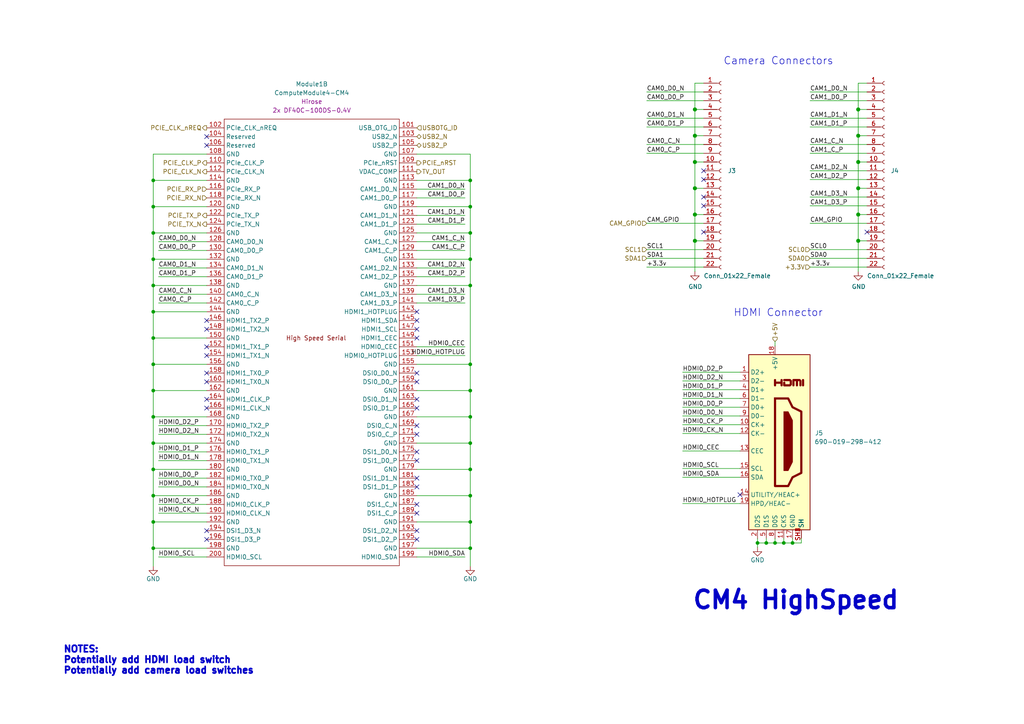
<source format=kicad_sch>
(kicad_sch (version 20231120) (generator "eeschema") (generator_version "8.0")
  (paper "A4")
  (title_block (title "PiCubed Mainboard") (date "2024-02-27") (rev "01") (company "RExLab Carnegie Mellon University") (comment 1 "Neil Khera"))
  (lib_symbols
    (symbol "CM4IO:HDMI_A_1.4"
      (property "Reference" "J" (at -6.35 26.67 0))
      (property "Value" "HDMI_A_1.4" (at 10.16 26.67 0))
      (symbol "HDMI_A_1.4_0_0"
        (polyline (pts (xy 8.128 16.51) (xy 8.128 18.034)) (stroke (width 0.635)))
        (polyline (pts (xy 0 16.51) (xy 0 18.034) (xy 0 17.272) (xy 1.905 17.272) (xy 1.905 18.034) (xy 1.905 16.51)) (stroke (width 0.635)))
        (polyline (pts (xy 2.667 18.034) (xy 4.318 18.034) (xy 4.572 17.78) (xy 4.572 16.764) (xy 4.318 16.51) (xy 2.667 16.51) (xy 2.667 17.272)) (stroke (width 0.635)))
        (pin passive line (at 7.62 -27.94 90) (length 2.54) (name "SH") (number "SH2"))
        (pin passive line (at 7.62 -27.94 90) (length 2.54) (name "SH") (number "SH3"))
        (pin passive line (at 7.62 -27.94 90) (length 2.54) (name "SH") (number "SH4"))
      )
      (symbol "HDMI_A_1.4_0_1"
        (rectangle (start -7.62 25.4) (end 10.16 -25.4) (stroke (width 0.254)) (fill (type background)))
        (polyline (pts (xy 2.54 8.89) (xy 3.81 8.89) (xy 5.08 6.35) (xy 5.08 -5.715) (xy 3.81 -8.255) (xy 2.54 -8.255) (xy 2.54 8.89)) (fill (type outline)))
        (polyline (pts (xy 5.334 16.51) (xy 5.334 18.034) (xy 6.35 18.034) (xy 6.35 16.51) (xy 6.35 18.034) (xy 7.112 18.034) (xy 7.366 17.78) (xy 7.366 16.51)) (stroke (width 0.635)))
        (polyline (pts (xy 0 12.7) (xy 0 -12.7) (xy 3.81 -12.7) (xy 5.08 -10.16) (xy 7.62 -8.89) (xy 7.62 8.89) (xy 5.08 10.16) (xy 3.81 12.7) (xy 0 12.7)) (stroke (width 0.635)))
      )
      (symbol "HDMI_A_1.4_1_1"
        (pin passive line (at -10.16 20.32 0) (length 2.54) (name "D2+") (number "1"))
        (pin passive line (at -10.16 5.08 0) (length 2.54) (name "CK+") (number "10"))
        (pin power_in line (at 2.54 -27.94 90) (length 2.54) (name "CKS") (number "11"))
        (pin passive line (at -10.16 2.54 0) (length 2.54) (name "CK-") (number "12"))
        (pin bidirectional line (at -10.16 -2.54 0) (length 2.54) (name "CEC") (number "13"))
        (pin passive line (at -10.16 -15.24 0) (length 2.54) (name "UTILITY/HEAC+") (number "14"))
        (pin passive line (at -10.16 -7.62 0) (length 2.54) (name "SCL") (number "15"))
        (pin bidirectional line (at -10.16 -10.16 0) (length 2.54) (name "SDA") (number "16"))
        (pin power_in line (at 5.08 -27.94 90) (length 2.54) (name "GND") (number "17"))
        (pin power_in line (at 0 27.94 270) (length 2.54) (name "+5V") (number "18"))
        (pin passive line (at -10.16 -17.78 0) (length 2.54) (name "HPD/HEAC-") (number "19"))
        (pin power_in line (at -5.08 -27.94 90) (length 2.54) (name "D2S") (number "2"))
        (pin passive line (at -10.16 17.78 0) (length 2.54) (name "D2-") (number "3"))
        (pin passive line (at -10.16 15.24 0) (length 2.54) (name "D1+") (number "4"))
        (pin power_in line (at -2.54 -27.94 90) (length 2.54) (name "D1S") (number "5"))
        (pin passive line (at -10.16 12.7 0) (length 2.54) (name "D1-") (number "6"))
        (pin passive line (at -10.16 10.16 0) (length 2.54) (name "D0+") (number "7"))
        (pin power_in line (at 0 -27.94 90) (length 2.54) (name "D0S") (number "8"))
        (pin passive line (at -10.16 7.62 0) (length 2.54) (name "D0-") (number "9"))
        (pin passive line (at 7.62 -27.94 90) (length 2.54) (name "SH") (number "SH1"))
      )
    )
    (symbol "Connector:Conn_01x22_Female" (pin_names hide)
      (property "Reference" "J" (at 0 27.94 0))
      (property "Value" "Conn_01x22_Female" (at 0 -30.48 0))
      (symbol "Conn_01x22_Female_1_1"
        (arc (start 0 -27.432) (mid -0.5058 -27.94) (end 0 -28.448))
        (arc (start 0 -24.892) (mid -0.5058 -25.4) (end 0 -25.908))
        (arc (start 0 -22.352) (mid -0.5058 -22.86) (end 0 -23.368))
        (arc (start 0 -19.812) (mid -0.5058 -20.32) (end 0 -20.828))
        (arc (start 0 -17.272) (mid -0.5058 -17.78) (end 0 -18.288))
        (arc (start 0 -14.732) (mid -0.5058 -15.24) (end 0 -15.748))
        (arc (start 0 -12.192) (mid -0.5058 -12.7) (end 0 -13.208))
        (arc (start 0 -9.652) (mid -0.5058 -10.16) (end 0 -10.668))
        (arc (start 0 -7.112) (mid -0.5058 -7.62) (end 0 -8.128))
        (arc (start 0 -4.572) (mid -0.5058 -5.08) (end 0 -5.588))
        (arc (start 0 -2.032) (mid -0.5058 -2.54) (end 0 -3.048))
        (polyline (pts (xy -1.27 -27.94) (xy -0.508 -27.94)))
        (polyline (pts (xy -1.27 -25.4) (xy -0.508 -25.4)))
        (polyline (pts (xy -1.27 -22.86) (xy -0.508 -22.86)))
        (polyline (pts (xy -1.27 -20.32) (xy -0.508 -20.32)))
        (polyline (pts (xy -1.27 -17.78) (xy -0.508 -17.78)))
        (polyline (pts (xy -1.27 -15.24) (xy -0.508 -15.24)))
        (polyline (pts (xy -1.27 -12.7) (xy -0.508 -12.7)))
        (polyline (pts (xy -1.27 -10.16) (xy -0.508 -10.16)))
        (polyline (pts (xy -1.27 -7.62) (xy -0.508 -7.62)))
        (polyline (pts (xy -1.27 -5.08) (xy -0.508 -5.08)))
        (polyline (pts (xy -1.27 -2.54) (xy -0.508 -2.54)))
        (polyline (pts (xy -1.27 0) (xy -0.508 0)))
        (polyline (pts (xy -1.27 2.54) (xy -0.508 2.54)))
        (polyline (pts (xy -1.27 5.08) (xy -0.508 5.08)))
        (polyline (pts (xy -1.27 7.62) (xy -0.508 7.62)))
        (polyline (pts (xy -1.27 10.16) (xy -0.508 10.16)))
        (polyline (pts (xy -1.27 12.7) (xy -0.508 12.7)))
        (polyline (pts (xy -1.27 15.24) (xy -0.508 15.24)))
        (polyline (pts (xy -1.27 17.78) (xy -0.508 17.78)))
        (polyline (pts (xy -1.27 20.32) (xy -0.508 20.32)))
        (polyline (pts (xy -1.27 22.86) (xy -0.508 22.86)))
        (polyline (pts (xy -1.27 25.4) (xy -0.508 25.4)))
        (arc (start 0 0.508) (mid -0.5058 0) (end 0 -0.508))
        (arc (start 0 3.048) (mid -0.5058 2.54) (end 0 2.032))
        (arc (start 0 5.588) (mid -0.5058 5.08) (end 0 4.572))
        (arc (start 0 8.128) (mid -0.5058 7.62) (end 0 7.112))
        (arc (start 0 10.668) (mid -0.5058 10.16) (end 0 9.652))
        (arc (start 0 13.208) (mid -0.5058 12.7) (end 0 12.192))
        (arc (start 0 15.748) (mid -0.5058 15.24) (end 0 14.732))
        (arc (start 0 18.288) (mid -0.5058 17.78) (end 0 17.272))
        (arc (start 0 20.828) (mid -0.5058 20.32) (end 0 19.812))
        (arc (start 0 23.368) (mid -0.5058 22.86) (end 0 22.352))
        (arc (start 0 25.908) (mid -0.5058 25.4) (end 0 24.892))
        (pin passive line (at -5.08 25.4 0) (length 3.81) (name "Pin_1") (number "1"))
        (pin passive line (at -5.08 2.54 0) (length 3.81) (name "Pin_10") (number "10"))
        (pin passive line (at -5.08 0 0) (length 3.81) (name "Pin_11") (number "11"))
        (pin passive line (at -5.08 -2.54 0) (length 3.81) (name "Pin_12") (number "12"))
        (pin passive line (at -5.08 -5.08 0) (length 3.81) (name "Pin_13") (number "13"))
        (pin passive line (at -5.08 -7.62 0) (length 3.81) (name "Pin_14") (number "14"))
        (pin passive line (at -5.08 -10.16 0) (length 3.81) (name "Pin_15") (number "15"))
        (pin passive line (at -5.08 -12.7 0) (length 3.81) (name "Pin_16") (number "16"))
        (pin passive line (at -5.08 -15.24 0) (length 3.81) (name "Pin_17") (number "17"))
        (pin passive line (at -5.08 -17.78 0) (length 3.81) (name "Pin_18") (number "18"))
        (pin passive line (at -5.08 -20.32 0) (length 3.81) (name "Pin_19") (number "19"))
        (pin passive line (at -5.08 22.86 0) (length 3.81) (name "Pin_2") (number "2"))
        (pin passive line (at -5.08 -22.86 0) (length 3.81) (name "Pin_20") (number "20"))
        (pin passive line (at -5.08 -25.4 0) (length 3.81) (name "Pin_21") (number "21"))
        (pin passive line (at -5.08 -27.94 0) (length 3.81) (name "Pin_22") (number "22"))
        (pin passive line (at -5.08 20.32 0) (length 3.81) (name "Pin_3") (number "3"))
        (pin passive line (at -5.08 17.78 0) (length 3.81) (name "Pin_4") (number "4"))
        (pin passive line (at -5.08 15.24 0) (length 3.81) (name "Pin_5") (number "5"))
        (pin passive line (at -5.08 12.7 0) (length 3.81) (name "Pin_6") (number "6"))
        (pin passive line (at -5.08 10.16 0) (length 3.81) (name "Pin_7") (number "7"))
        (pin passive line (at -5.08 7.62 0) (length 3.81) (name "Pin_8") (number "8"))
        (pin passive line (at -5.08 5.08 0) (length 3.81) (name "Pin_9") (number "9"))
      )
    )
    (symbol "PiCubed:ComputeModule4-CM4"
      (property "Reference" "Module" (at 113.03 -68.58 0))
      (property "Value" "ComputeModule4-CM4" (at 140.97 2.54 0))
      (property "Field4" "Hirose" (at 0 0 0))
      (property "Field5" "2x DF40C-100DS-0.4V" (at 0 -2.54 0))
      (symbol "ComputeModule4-CM4_1_0"
        (text "GPIO" (at 0 6.35 0) (effects (font (size 1.27 1.27))))
      )
      (symbol "ComputeModule4-CM4_1_1"
        (rectangle (start -30.48 -71.12) (end 25.4 58.42))
        (text "600mA Max" (at -8.89 -53.34 0) (effects (font (size 1.27 1.27))))
        (text "600mA Max" (at -8.89 -48.26 0) (effects (font (size 1.27 1.27))))
        (text "NB SD signals are only available" (at -1.27 -27.94 0) (effects (font (size 1.27 1.27))))
        (text "on modules without eMMC" (at -1.27 -30.48 0) (effects (font (size 1.27 1.27))))
        (pin power_in line (at 27.94 55.88 180) (length 2.54) (name "GND") (number "1"))
        (pin passive line (at -33.02 45.72 0) (length 2.54) (name "Ethernet_Pair0_N") (number "10"))
        (pin output line (at -33.02 -68.58 0) (length 2.54) (name "nEXTRST") (number "100"))
        (pin passive line (at 27.94 43.18 180) (length 2.54) (name "Ethernet_Pair2_P") (number "11"))
        (pin passive line (at -33.02 43.18 0) (length 2.54) (name "Ethernet_Pair0_P") (number "12"))
        (pin power_in line (at 27.94 40.64 180) (length 2.54) (name "GND") (number "13"))
        (pin power_in line (at -33.02 40.64 0) (length 2.54) (name "GND") (number "14"))
        (pin output line (at 27.94 38.1 180) (length 2.54) (name "Ethernet_nLED3(3.3v)") (number "15"))
        (pin input line (at -33.02 38.1 0) (length 2.54) (name "Ethernet_SYNC_IN(1.8v)") (number "16"))
        (pin output line (at 27.94 35.56 180) (length 2.54) (name "Ethernet_nLED2(3.3v)") (number "17"))
        (pin input line (at -33.02 35.56 0) (length 2.54) (name "Ethernet_SYNC_OUT(1.8v)") (number "18"))
        (pin output line (at 27.94 33.02 180) (length 2.54) (name "Ethernet_nLED1(3.3v)") (number "19"))
        (pin power_in line (at -33.02 55.88 0) (length 2.54) (name "GND") (number "2"))
        (pin passive line (at -33.02 33.02 0) (length 2.54) (name "EEPROM_nWP") (number "20"))
        (pin open_collector line (at 27.94 30.48 180) (length 2.54) (name "PI_nLED_Activity") (number "21"))
        (pin power_in line (at -33.02 30.48 0) (length 2.54) (name "GND") (number "22"))
        (pin power_in line (at 27.94 27.94 180) (length 2.54) (name "GND") (number "23"))
        (pin passive line (at -33.02 27.94 0) (length 2.54) (name "GPIO26") (number "24"))
        (pin passive line (at 27.94 25.4 180) (length 2.54) (name "GPIO21") (number "25"))
        (pin passive line (at -33.02 25.4 0) (length 2.54) (name "GPIO19") (number "26"))
        (pin passive line (at 27.94 22.86 180) (length 2.54) (name "GPIO20") (number "27"))
        (pin passive line (at -33.02 22.86 0) (length 2.54) (name "GPIO13") (number "28"))
        (pin passive line (at 27.94 20.32 180) (length 2.54) (name "GPIO16") (number "29"))
        (pin passive line (at 27.94 53.34 180) (length 2.54) (name "Ethernet_Pair3_P") (number "3"))
        (pin passive line (at -33.02 20.32 0) (length 2.54) (name "GPIO6") (number "30"))
        (pin passive line (at 27.94 17.78 180) (length 2.54) (name "GPIO12") (number "31"))
        (pin power_in line (at -33.02 17.78 0) (length 2.54) (name "GND") (number "32"))
        (pin power_in line (at 27.94 15.24 180) (length 2.54) (name "GND") (number "33"))
        (pin passive line (at -33.02 15.24 0) (length 2.54) (name "GPIO5") (number "34"))
        (pin passive line (at 27.94 12.7 180) (length 2.54) (name "ID_SC") (number "35"))
        (pin passive line (at -33.02 12.7 0) (length 2.54) (name "ID_SD") (number "36"))
        (pin passive line (at 27.94 10.16 180) (length 2.54) (name "GPIO7") (number "37"))
        (pin passive line (at -33.02 10.16 0) (length 2.54) (name "GPIO11") (number "38"))
        (pin passive line (at 27.94 7.62 180) (length 2.54) (name "GPIO8") (number "39"))
        (pin passive line (at -33.02 53.34 0) (length 2.54) (name "Ethernet_Pair1_P") (number "4"))
        (pin passive line (at -33.02 7.62 0) (length 2.54) (name "GPIO9") (number "40"))
        (pin passive line (at 27.94 5.08 180) (length 2.54) (name "GPIO25") (number "41"))
        (pin power_in line (at -33.02 5.08 0) (length 2.54) (name "GND") (number "42"))
        (pin power_in line (at 27.94 2.54 180) (length 2.54) (name "GND") (number "43"))
        (pin passive line (at -33.02 2.54 0) (length 2.54) (name "GPIO10") (number "44"))
        (pin passive line (at 27.94 0 180) (length 2.54) (name "GPIO24") (number "45"))
        (pin passive line (at -33.02 0 0) (length 2.54) (name "GPIO22") (number "46"))
        (pin passive line (at 27.94 -2.54 180) (length 2.54) (name "GPIO23") (number "47"))
        (pin passive line (at -33.02 -2.54 0) (length 2.54) (name "GPIO27") (number "48"))
        (pin passive line (at 27.94 -5.08 180) (length 2.54) (name "GPIO18") (number "49"))
        (pin passive line (at 27.94 50.8 180) (length 2.54) (name "Ethernet_Pair3_N") (number "5"))
        (pin passive line (at -33.02 -5.08 0) (length 2.54) (name "GPIO17") (number "50"))
        (pin passive line (at 27.94 -7.62 180) (length 2.54) (name "GPIO15") (number "51"))
        (pin power_in line (at -33.02 -7.62 0) (length 2.54) (name "GND") (number "52"))
        (pin power_in line (at 27.94 -10.16 180) (length 2.54) (name "GND") (number "53"))
        (pin passive line (at -33.02 -10.16 0) (length 2.54) (name "GPIO4") (number "54"))
        (pin passive line (at 27.94 -12.7 180) (length 2.54) (name "GPIO14") (number "55"))
        (pin passive line (at -33.02 -12.7 0) (length 2.54) (name "GPIO3") (number "56"))
        (pin passive line (at 27.94 -15.24 180) (length 2.54) (name "SD_CLK") (number "57"))
        (pin passive line (at -33.02 -15.24 0) (length 2.54) (name "GPIO2") (number "58"))
        (pin power_in line (at 27.94 -17.78 180) (length 2.54) (name "GND") (number "59"))
        (pin passive line (at -33.02 50.8 0) (length 2.54) (name "Ethernet_Pair1_N") (number "6"))
        (pin power_in line (at -33.02 -17.78 0) (length 2.54) (name "GND") (number "60"))
        (pin passive line (at 27.94 -20.32 180) (length 2.54) (name "SD_DAT3") (number "61"))
        (pin passive line (at -33.02 -20.32 0) (length 2.54) (name "SD_CMD") (number "62"))
        (pin passive line (at 27.94 -22.86 180) (length 2.54) (name "SD_DAT0") (number "63"))
        (pin passive line (at -33.02 -22.86 0) (length 2.54) (name "SD_DAT5") (number "64"))
        (pin power_in line (at 27.94 -25.4 180) (length 2.54) (name "GND") (number "65"))
        (pin power_in line (at -33.02 -25.4 0) (length 2.54) (name "GND") (number "66"))
        (pin passive line (at 27.94 -27.94 180) (length 2.54) (name "SD_DAT1") (number "67"))
        (pin passive line (at -33.02 -27.94 0) (length 2.54) (name "SD_DAT4") (number "68"))
        (pin passive line (at 27.94 -30.48 180) (length 2.54) (name "SD_DAT2") (number "69"))
        (pin power_in line (at 27.94 48.26 180) (length 2.54) (name "GND") (number "7"))
        (pin passive line (at -33.02 -30.48 0) (length 2.54) (name "SD_DAT7") (number "70"))
        (pin power_in line (at 27.94 -33.02 180) (length 2.54) (name "GND") (number "71"))
        (pin passive line (at -33.02 -33.02 0) (length 2.54) (name "SD_DAT6") (number "72"))
        (pin input line (at 27.94 -35.56 180) (length 2.54) (name "SD_VDD_Override") (number "73"))
        (pin power_in line (at -33.02 -35.56 0) (length 2.54) (name "GND") (number "74"))
        (pin output line (at 27.94 -38.1 180) (length 2.54) (name "SD_PWR_ON") (number "75"))
        (pin passive line (at -33.02 -38.1 0) (length 2.54) (name "Reserved") (number "76"))
        (pin power_in line (at 27.94 -40.64 180) (length 2.54) (name "+5v_(Input)") (number "77"))
        (pin power_in line (at -33.02 -40.64 0) (length 2.54) (name "GPIO_VREF(1.8v/3.3v_Input)") (number "78"))
        (pin power_in line (at 27.94 -43.18 180) (length 2.54) (name "+5v_(Input)") (number "79"))
        (pin power_in line (at -33.02 48.26 0) (length 2.54) (name "GND") (number "8"))
        (pin passive line (at -33.02 -43.18 0) (length 2.54) (name "SCL0") (number "80"))
        (pin power_in line (at 27.94 -45.72 180) (length 2.54) (name "+5v_(Input)") (number "81"))
        (pin passive line (at -33.02 -45.72 0) (length 2.54) (name "SDA0") (number "82"))
        (pin power_in line (at 27.94 -48.26 180) (length 2.54) (name "+5v_(Input)") (number "83"))
        (pin power_out line (at -33.02 -48.26 0) (length 2.54) (name "+3.3v_(Output)") (number "84"))
        (pin power_in line (at 27.94 -50.8 180) (length 2.54) (name "+5v_(Input)") (number "85"))
        (pin power_out line (at -33.02 -50.8 0) (length 2.54) (name "+3.3v_(Output)") (number "86"))
        (pin power_in line (at 27.94 -53.34 180) (length 2.54) (name "+5v_(Input)") (number "87"))
        (pin power_out line (at -33.02 -53.34 0) (length 2.54) (name "+1.8v_(Output)") (number "88"))
        (pin power_in line (at 27.94 -55.88 180) (length 2.54) (name "WiFi_nDisable") (number "89"))
        (pin passive line (at 27.94 45.72 180) (length 2.54) (name "Ethernet_Pair2_N") (number "9"))
        (pin power_out line (at -33.02 -55.88 0) (length 2.54) (name "+1.8v_(Output)") (number "90"))
        (pin power_in line (at 27.94 -58.42 180) (length 2.54) (name "BT_nDisable") (number "91"))
        (pin passive line (at -33.02 -58.42 0) (length 2.54) (name "RUN_PG") (number "92"))
        (pin input line (at 27.94 -60.96 180) (length 2.54) (name "nRPIBOOT") (number "93"))
        (pin passive line (at -33.02 -60.96 0) (length 2.54) (name "AnalogIP1") (number "94"))
        (pin output line (at 27.94 -63.5 180) (length 2.54) (name "nPI_LED_PWR") (number "95"))
        (pin passive line (at -33.02 -63.5 0) (length 2.54) (name "AnalogIP0") (number "96"))
        (pin passive line (at 27.94 -66.04 180) (length 2.54) (name "Camera_GPIO") (number "97"))
        (pin power_in line (at -33.02 -66.04 0) (length 2.54) (name "GND") (number "98"))
        (pin input line (at 27.94 -68.58 180) (length 2.54) (name "Global_EN") (number "99"))
      )
      (symbol "ComputeModule4-CM4_2_1"
        (rectangle (start 114.3 -66.04) (end 165.1 63.5))
        (text "High Speed Serial" (at 140.97 0 0) (effects (font (size 1.27 1.27))))
        (pin input line (at 170.18 60.96 180) (length 5.08) (name "USB_OTG_ID") (number "101"))
        (pin input line (at 109.22 60.96 0) (length 5.08) (name "PCIe_CLK_nREQ") (number "102"))
        (pin passive line (at 170.18 58.42 180) (length 5.08) (name "USB2_N") (number "103"))
        (pin passive line (at 109.22 58.42 0) (length 5.08) (name "Reserved") (number "104"))
        (pin passive line (at 170.18 55.88 180) (length 5.08) (name "USB2_P") (number "105"))
        (pin passive line (at 109.22 55.88 0) (length 5.08) (name "Reserved") (number "106"))
        (pin power_in line (at 170.18 53.34 180) (length 5.08) (name "GND") (number "107"))
        (pin power_in line (at 109.22 53.34 0) (length 5.08) (name "GND") (number "108"))
        (pin bidirectional line (at 170.18 50.8 180) (length 5.08) (name "PCIe_nRST") (number "109"))
        (pin output line (at 109.22 50.8 0) (length 5.08) (name "PCIe_CLK_P") (number "110"))
        (pin passive line (at 170.18 48.26 180) (length 5.08) (name "VDAC_COMP") (number "111"))
        (pin output line (at 109.22 48.26 0) (length 5.08) (name "PCIe_CLK_N") (number "112"))
        (pin power_in line (at 170.18 45.72 180) (length 5.08) (name "GND") (number "113"))
        (pin power_in line (at 109.22 45.72 0) (length 5.08) (name "GND") (number "114"))
        (pin input line (at 170.18 43.18 180) (length 5.08) (name "CAM1_D0_N") (number "115"))
        (pin input line (at 109.22 43.18 0) (length 5.08) (name "PCIe_RX_P") (number "116"))
        (pin input line (at 170.18 40.64 180) (length 5.08) (name "CAM1_D0_P") (number "117"))
        (pin input line (at 109.22 40.64 0) (length 5.08) (name "PCIe_RX_N") (number "118"))
        (pin power_in line (at 170.18 38.1 180) (length 5.08) (name "GND") (number "119"))
        (pin power_in line (at 109.22 38.1 0) (length 5.08) (name "GND") (number "120"))
        (pin input line (at 170.18 35.56 180) (length 5.08) (name "CAM1_D1_N") (number "121"))
        (pin output line (at 109.22 35.56 0) (length 5.08) (name "PCIe_TX_P") (number "122"))
        (pin input line (at 170.18 33.02 180) (length 5.08) (name "CAM1_D1_P") (number "123"))
        (pin output line (at 109.22 33.02 0) (length 5.08) (name "PCIe_TX_N") (number "124"))
        (pin power_in line (at 170.18 30.48 180) (length 5.08) (name "GND") (number "125"))
        (pin power_in line (at 109.22 30.48 0) (length 5.08) (name "GND") (number "126"))
        (pin input line (at 170.18 27.94 180) (length 5.08) (name "CAM1_C_N") (number "127"))
        (pin input line (at 109.22 27.94 0) (length 5.08) (name "CAM0_D0_N") (number "128"))
        (pin input line (at 170.18 25.4 180) (length 5.08) (name "CAM1_C_P") (number "129"))
        (pin input line (at 109.22 25.4 0) (length 5.08) (name "CAM0_D0_P") (number "130"))
        (pin power_in line (at 170.18 22.86 180) (length 5.08) (name "GND") (number "131"))
        (pin power_in line (at 109.22 22.86 0) (length 5.08) (name "GND") (number "132"))
        (pin input line (at 170.18 20.32 180) (length 5.08) (name "CAM1_D2_N") (number "133"))
        (pin input line (at 109.22 20.32 0) (length 5.08) (name "CAM0_D1_N") (number "134"))
        (pin input line (at 170.18 17.78 180) (length 5.08) (name "CAM1_D2_P") (number "135"))
        (pin input line (at 109.22 17.78 0) (length 5.08) (name "CAM0_D1_P") (number "136"))
        (pin power_in line (at 170.18 15.24 180) (length 5.08) (name "GND") (number "137"))
        (pin power_in line (at 109.22 15.24 0) (length 5.08) (name "GND") (number "138"))
        (pin input line (at 170.18 12.7 180) (length 5.08) (name "CAM1_D3_N") (number "139"))
        (pin input line (at 109.22 12.7 0) (length 5.08) (name "CAM0_C_N") (number "140"))
        (pin input line (at 170.18 10.16 180) (length 5.08) (name "CAM1_D3_P") (number "141"))
        (pin input line (at 109.22 10.16 0) (length 5.08) (name "CAM0_C_P") (number "142"))
        (pin input line (at 170.18 7.62 180) (length 5.08) (name "HDMI1_HOTPLUG") (number "143"))
        (pin power_in line (at 109.22 7.62 0) (length 5.08) (name "GND") (number "144"))
        (pin bidirectional line (at 170.18 5.08 180) (length 5.08) (name "HDMI1_SDA") (number "145"))
        (pin output line (at 109.22 5.08 0) (length 5.08) (name "HDMI1_TX2_P") (number "146"))
        (pin open_collector line (at 170.18 2.54 180) (length 5.08) (name "HDMI1_SCL") (number "147"))
        (pin output line (at 109.22 2.54 0) (length 5.08) (name "HDMI1_TX2_N") (number "148"))
        (pin open_collector line (at 170.18 0 180) (length 5.08) (name "HDMI1_CEC") (number "149"))
        (pin power_in line (at 109.22 0 0) (length 5.08) (name "GND") (number "150"))
        (pin open_collector line (at 170.18 -2.54 180) (length 5.08) (name "HDMI0_CEC") (number "151"))
        (pin output line (at 109.22 -2.54 0) (length 5.08) (name "HDMI1_TX1_P") (number "152"))
        (pin input line (at 170.18 -5.08 180) (length 5.08) (name "HDMI0_HOTPLUG") (number "153"))
        (pin output line (at 109.22 -5.08 0) (length 5.08) (name "HDMI1_TX1_N") (number "154"))
        (pin power_in line (at 170.18 -7.62 180) (length 5.08) (name "GND") (number "155"))
        (pin power_in line (at 109.22 -7.62 0) (length 5.08) (name "GND") (number "156"))
        (pin output line (at 170.18 -10.16 180) (length 5.08) (name "DSI0_D0_N") (number "157"))
        (pin output line (at 109.22 -10.16 0) (length 5.08) (name "HDMI1_TX0_P") (number "158"))
        (pin output line (at 170.18 -12.7 180) (length 5.08) (name "DSI0_D0_P") (number "159"))
        (pin output line (at 109.22 -12.7 0) (length 5.08) (name "HDMI1_TX0_N") (number "160"))
        (pin power_in line (at 170.18 -15.24 180) (length 5.08) (name "GND") (number "161"))
        (pin power_in line (at 109.22 -15.24 0) (length 5.08) (name "GND") (number "162"))
        (pin output line (at 170.18 -17.78 180) (length 5.08) (name "DSI0_D1_N") (number "163"))
        (pin output line (at 109.22 -17.78 0) (length 5.08) (name "HDMI1_CLK_P") (number "164"))
        (pin output line (at 170.18 -20.32 180) (length 5.08) (name "DSI0_D1_P") (number "165"))
        (pin output line (at 109.22 -20.32 0) (length 5.08) (name "HDMI1_CLK_N") (number "166"))
        (pin power_in line (at 170.18 -22.86 180) (length 5.08) (name "GND") (number "167"))
        (pin power_in line (at 109.22 -22.86 0) (length 5.08) (name "GND") (number "168"))
        (pin output line (at 170.18 -25.4 180) (length 5.08) (name "DSI0_C_N") (number "169"))
        (pin output line (at 109.22 -25.4 0) (length 5.08) (name "HDMI0_TX2_P") (number "170"))
        (pin output line (at 170.18 -27.94 180) (length 5.08) (name "DSI0_C_P") (number "171"))
        (pin output line (at 109.22 -27.94 0) (length 5.08) (name "HDMI0_TX2_N") (number "172"))
        (pin power_in line (at 170.18 -30.48 180) (length 5.08) (name "GND") (number "173"))
        (pin power_in line (at 109.22 -30.48 0) (length 5.08) (name "GND") (number "174"))
        (pin output line (at 170.18 -33.02 180) (length 5.08) (name "DSI1_D0_N") (number "175"))
        (pin output line (at 109.22 -33.02 0) (length 5.08) (name "HDMI0_TX1_P") (number "176"))
        (pin output line (at 170.18 -35.56 180) (length 5.08) (name "DSI1_D0_P") (number "177"))
        (pin output line (at 109.22 -35.56 0) (length 5.08) (name "HDMI0_TX1_N") (number "178"))
        (pin power_in line (at 170.18 -38.1 180) (length 5.08) (name "GND") (number "179"))
        (pin power_in line (at 109.22 -38.1 0) (length 5.08) (name "GND") (number "180"))
        (pin output line (at 170.18 -40.64 180) (length 5.08) (name "DSI1_D1_N") (number "181"))
        (pin output line (at 109.22 -40.64 0) (length 5.08) (name "HDMI0_TX0_P") (number "182"))
        (pin output line (at 170.18 -43.18 180) (length 5.08) (name "DSI1_D1_P") (number "183"))
        (pin output line (at 109.22 -43.18 0) (length 5.08) (name "HDMI0_TX0_N") (number "184"))
        (pin power_in line (at 170.18 -45.72 180) (length 5.08) (name "GND") (number "185"))
        (pin power_in line (at 109.22 -45.72 0) (length 5.08) (name "GND") (number "186"))
        (pin output line (at 170.18 -48.26 180) (length 5.08) (name "DSI1_C_N") (number "187"))
        (pin output line (at 109.22 -48.26 0) (length 5.08) (name "HDMI0_CLK_P") (number "188"))
        (pin output line (at 170.18 -50.8 180) (length 5.08) (name "DSI1_C_P") (number "189"))
        (pin output line (at 109.22 -50.8 0) (length 5.08) (name "HDMI0_CLK_N") (number "190"))
        (pin power_in line (at 170.18 -53.34 180) (length 5.08) (name "GND") (number "191"))
        (pin power_in line (at 109.22 -53.34 0) (length 5.08) (name "GND") (number "192"))
        (pin output line (at 170.18 -55.88 180) (length 5.08) (name "DSI1_D2_N") (number "193"))
        (pin output line (at 109.22 -55.88 0) (length 5.08) (name "DSI1_D3_N") (number "194"))
        (pin output line (at 170.18 -58.42 180) (length 5.08) (name "DSI1_D2_P") (number "195"))
        (pin output line (at 109.22 -58.42 0) (length 5.08) (name "DSI1_D3_P") (number "196"))
        (pin power_in line (at 170.18 -60.96 180) (length 5.08) (name "GND") (number "197"))
        (pin power_in line (at 109.22 -60.96 0) (length 5.08) (name "GND") (number "198"))
        (pin bidirectional line (at 170.18 -63.5 180) (length 5.08) (name "HDMI0_SDA") (number "199"))
        (pin open_collector line (at 109.22 -63.5 0) (length 5.08) (name "HDMI0_SCL") (number "200"))
      )
    )
    (symbol "power:GND" (power) (pin_names (offset 0))
      (property "Value" "GND" (at 0 -3.81 0))
      (symbol "GND_0_1"
        (polyline (pts (xy 0 0) (xy 0 -1.27) (xy 1.27 -1.27) (xy 0 -2.54) (xy -1.27 -1.27) (xy 0 -1.27)))
      )
      (symbol "GND_1_1"
        (pin power_in line (at 0 0 270) (length 0) hide (name "GND") (number "1"))
      )
    )
  )
  (junction (at 222.25 157.48))
  (junction (at 136.398 128.524))
  (junction (at 201.549 31.75) (diameter 1.016))
  (junction (at 201.549 62.23) (diameter 1.016))
  (junction (at 44.45 105.664))
  (junction (at 136.398 113.284))
  (junction (at 44.45 75.184))
  (junction (at 136.398 82.804))
  (junction (at 44.45 136.144))
  (junction (at 136.398 143.764))
  (junction (at 248.92 54.61) (diameter 1.016))
  (junction (at 44.45 98.044))
  (junction (at 136.398 52.324))
  (junction (at 136.398 105.664))
  (junction (at 229.87 157.48))
  (junction (at 44.45 67.564))
  (junction (at 227.33 157.48))
  (junction (at 219.71 157.48))
  (junction (at 248.92 46.99) (diameter 1.016))
  (junction (at 136.398 67.564))
  (junction (at 248.92 39.37) (diameter 1.016))
  (junction (at 201.549 54.61) (diameter 1.016))
  (junction (at 136.398 159.004))
  (junction (at 136.398 136.144))
  (junction (at 248.92 62.23) (diameter 1.016))
  (junction (at 136.398 75.184))
  (junction (at 136.398 151.384))
  (junction (at 248.92 31.75) (diameter 1.016))
  (junction (at 44.45 128.524))
  (junction (at 44.45 143.764))
  (junction (at 201.549 69.85) (diameter 1.016))
  (junction (at 44.45 120.904))
  (junction (at 44.45 159.004))
  (junction (at 136.398 120.904))
  (junction (at 136.398 59.944))
  (junction (at 201.549 46.99) (diameter 1.016))
  (junction (at 44.45 82.804))
  (junction (at 224.79 157.48))
  (junction (at 44.45 90.424))
  (junction (at 44.45 52.324))
  (junction (at 44.45 59.944))
  (junction (at 44.45 113.284))
  (junction (at 201.549 39.37) (diameter 1.016))
  (junction (at 44.45 151.384))
  (junction (at 248.92 69.85) (diameter 1.016))
  (no_connect (at 120.904 138.684))
  (no_connect (at 204.089 67.31))
  (no_connect (at 204.089 49.53))
  (no_connect (at 251.46 67.31))
  (no_connect (at 120.904 115.824))
  (no_connect (at 204.089 57.15))
  (no_connect (at 59.944 110.744))
  (no_connect (at 59.944 92.964))
  (no_connect (at 120.904 133.604))
  (no_connect (at 59.944 103.124))
  (no_connect (at 204.089 52.07))
  (no_connect (at 120.904 146.304))
  (no_connect (at 204.089 59.69))
  (no_connect (at 120.904 123.444))
  (no_connect (at 59.944 95.504))
  (no_connect (at 59.944 153.924))
  (no_connect (at 120.904 131.064))
  (no_connect (at 59.944 108.204))
  (no_connect (at 120.904 156.464))
  (no_connect (at 120.904 118.364))
  (no_connect (at 120.904 153.924))
  (no_connect (at 120.904 95.504))
  (no_connect (at 120.904 98.044))
  (no_connect (at 120.904 90.424))
  (no_connect (at 59.944 42.164))
  (no_connect (at 59.944 156.464))
  (no_connect (at 214.63 143.51))
  (no_connect (at 120.904 108.204))
  (no_connect (at 120.904 92.964))
  (no_connect (at 120.904 141.224))
  (no_connect (at 120.904 148.844))
  (no_connect (at 59.944 118.364))
  (no_connect (at 59.944 115.824))
  (no_connect (at 120.904 110.744))
  (no_connect (at 59.944 39.624))
  (no_connect (at 59.944 100.584))
  (no_connect (at 120.904 125.984))
  (wire (pts (xy 251.46 72.39) (xy 234.95 72.39)))
  (wire (pts (xy 227.33 157.48) (xy 229.87 157.48)))
  (wire (pts (xy 136.398 52.324) (xy 136.398 59.944)))
  (wire (pts (xy 44.45 143.764) (xy 44.45 151.384)))
  (wire (pts (xy 136.398 143.764) (xy 120.904 143.764)))
  (wire (pts (xy 44.45 82.804) (xy 44.45 90.424)))
  (wire (pts (xy 59.944 77.724) (xy 45.974 77.724)))
  (wire (pts (xy 234.95 59.69) (xy 251.46 59.69)))
  (wire (pts (xy 224.79 156.21) (xy 224.79 157.48)))
  (wire (pts (xy 44.45 82.804) (xy 59.944 82.804)))
  (wire (pts (xy 204.089 64.77) (xy 187.579 64.77)))
  (wire (pts (xy 44.45 128.524) (xy 59.944 128.524)))
  (wire (pts (xy 120.904 103.124) (xy 134.874 103.124)))
  (wire (pts (xy 136.398 113.284) (xy 120.904 113.284)))
  (wire (pts (xy 229.87 157.48) (xy 232.41 157.48)))
  (wire (pts (xy 187.579 34.29) (xy 204.089 34.29)))
  (wire (pts (xy 248.92 62.23) (xy 251.46 62.23)))
  (wire (pts (xy 234.95 29.21) (xy 251.46 29.21)))
  (wire (pts (xy 59.944 125.984) (xy 45.974 125.984)))
  (wire (pts (xy 136.398 67.564) (xy 136.398 75.184)))
  (wire (pts (xy 44.45 136.144) (xy 44.45 143.764)))
  (wire (pts (xy 120.904 100.584) (xy 134.874 100.584)))
  (wire (pts (xy 136.398 82.804) (xy 120.904 82.804)))
  (wire (pts (xy 222.25 156.21) (xy 222.25 157.48)))
  (wire (pts (xy 44.45 90.424) (xy 59.944 90.424)))
  (wire (pts (xy 201.549 62.23) (xy 204.089 62.23)))
  (wire (pts (xy 201.549 69.85) (xy 204.089 69.85)))
  (wire (pts (xy 251.46 24.13) (xy 248.92 24.13)))
  (wire (pts (xy 201.549 46.99) (xy 204.089 46.99)))
  (wire (pts (xy 197.993 110.49) (xy 214.63 110.49)))
  (wire (pts (xy 234.95 57.15) (xy 251.46 57.15)))
  (wire (pts (xy 120.904 87.884) (xy 134.874 87.884)))
  (wire (pts (xy 187.579 26.67) (xy 204.089 26.67)))
  (wire (pts (xy 234.95 52.07) (xy 251.46 52.07)))
  (wire (pts (xy 201.549 24.13) (xy 201.549 31.75)))
  (wire (pts (xy 248.92 54.61) (xy 251.46 54.61)))
  (wire (pts (xy 59.944 148.844) (xy 45.974 148.844)))
  (wire (pts (xy 227.33 156.21) (xy 227.33 157.48)))
  (wire (pts (xy 248.92 69.85) (xy 248.92 78.74)))
  (wire (pts (xy 136.398 59.944) (xy 120.904 59.944)))
  (wire (pts (xy 120.904 72.644) (xy 134.874 72.644)))
  (wire (pts (xy 219.71 157.48) (xy 219.71 158.75)))
  (wire (pts (xy 44.45 67.564) (xy 44.45 75.184)))
  (wire (pts (xy 44.45 120.904) (xy 44.45 128.524)))
  (wire (pts (xy 204.089 72.39) (xy 187.579 72.39)))
  (wire (pts (xy 234.95 36.83) (xy 251.46 36.83)))
  (wire (pts (xy 44.45 136.144) (xy 59.944 136.144)))
  (wire (pts (xy 136.398 120.904) (xy 120.904 120.904)))
  (wire (pts (xy 120.904 70.104) (xy 134.874 70.104)))
  (wire (pts (xy 248.92 62.23) (xy 248.92 69.85)))
  (wire (pts (xy 136.398 52.324) (xy 120.904 52.324)))
  (wire (pts (xy 136.398 105.664) (xy 136.398 113.284)))
  (wire (pts (xy 251.46 77.47) (xy 234.95 77.47)))
  (wire (pts (xy 187.579 29.21) (xy 204.089 29.21)))
  (wire (pts (xy 59.944 161.544) (xy 45.974 161.544)))
  (wire (pts (xy 234.95 49.53) (xy 251.46 49.53)))
  (wire (pts (xy 248.92 54.61) (xy 248.92 62.23)))
  (wire (pts (xy 201.549 31.75) (xy 204.089 31.75)))
  (wire (pts (xy 201.549 54.61) (xy 204.089 54.61)))
  (wire (pts (xy 44.45 67.564) (xy 59.944 67.564)))
  (wire (pts (xy 59.944 85.344) (xy 45.974 85.344)))
  (wire (pts (xy 251.46 74.93) (xy 234.95 74.93)))
  (wire (pts (xy 44.45 75.184) (xy 44.45 82.804)))
  (wire (pts (xy 59.944 87.884) (xy 45.974 87.884)))
  (wire (pts (xy 197.993 118.11) (xy 214.63 118.11)))
  (wire (pts (xy 44.45 113.284) (xy 59.944 113.284)))
  (wire (pts (xy 44.45 59.944) (xy 59.944 59.944)))
  (wire (pts (xy 59.944 72.644) (xy 45.974 72.644)))
  (wire (pts (xy 248.92 46.99) (xy 248.92 54.61)))
  (wire (pts (xy 44.45 98.044) (xy 44.45 105.664)))
  (wire (pts (xy 234.95 64.77) (xy 251.46 64.77)))
  (wire (pts (xy 136.398 128.524) (xy 120.904 128.524)))
  (wire (pts (xy 224.79 157.48) (xy 227.33 157.48)))
  (wire (pts (xy 234.95 44.45) (xy 251.46 44.45)))
  (wire (pts (xy 59.944 146.304) (xy 45.974 146.304)))
  (wire (pts (xy 201.549 62.23) (xy 201.549 69.85)))
  (wire (pts (xy 136.398 67.564) (xy 120.904 67.564)))
  (wire (pts (xy 120.904 62.484) (xy 134.874 62.484)))
  (wire (pts (xy 197.993 130.81) (xy 214.63 130.81)))
  (wire (pts (xy 44.45 90.424) (xy 44.45 98.044)))
  (wire (pts (xy 204.089 24.13) (xy 201.549 24.13)))
  (wire (pts (xy 44.45 105.664) (xy 59.944 105.664)))
  (wire (pts (xy 234.95 41.91) (xy 251.46 41.91)))
  (wire (pts (xy 120.904 77.724) (xy 134.874 77.724)))
  (wire (pts (xy 187.579 44.45) (xy 204.089 44.45)))
  (wire (pts (xy 197.993 138.43) (xy 214.63 138.43)))
  (wire (pts (xy 44.45 151.384) (xy 44.45 159.004)))
  (wire (pts (xy 248.92 39.37) (xy 251.46 39.37)))
  (wire (pts (xy 44.45 44.704) (xy 44.45 52.324)))
  (wire (pts (xy 201.549 31.75) (xy 201.549 39.37)))
  (wire (pts (xy 222.25 157.48) (xy 224.79 157.48)))
  (wire (pts (xy 224.79 99.06) (xy 224.79 100.33)))
  (wire (pts (xy 187.579 36.83) (xy 204.089 36.83)))
  (wire (pts (xy 197.993 146.05) (xy 214.63 146.05)))
  (wire (pts (xy 248.92 31.75) (xy 251.46 31.75)))
  (wire (pts (xy 44.45 105.664) (xy 44.45 113.284)))
  (wire (pts (xy 44.45 75.184) (xy 59.944 75.184)))
  (wire (pts (xy 136.398 82.804) (xy 136.398 105.664)))
  (wire (pts (xy 136.398 105.664) (xy 120.904 105.664)))
  (wire (pts (xy 136.398 59.944) (xy 136.398 67.564)))
  (wire (pts (xy 44.45 159.004) (xy 59.944 159.004)))
  (wire (pts (xy 59.944 44.704) (xy 44.45 44.704)))
  (wire (pts (xy 136.398 159.004) (xy 136.398 164.211)))
  (wire (pts (xy 248.92 24.13) (xy 248.92 31.75)))
  (wire (pts (xy 197.993 135.89) (xy 214.63 135.89)))
  (wire (pts (xy 204.089 77.47) (xy 187.579 77.47)))
  (wire (pts (xy 44.45 59.944) (xy 44.45 67.564)))
  (wire (pts (xy 219.71 156.21) (xy 219.71 157.48)))
  (wire (pts (xy 120.904 80.264) (xy 134.874 80.264)))
  (wire (pts (xy 120.904 65.024) (xy 134.874 65.024)))
  (wire (pts (xy 234.95 26.67) (xy 251.46 26.67)))
  (wire (pts (xy 44.45 120.904) (xy 59.944 120.904)))
  (wire (pts (xy 229.87 156.21) (xy 229.87 157.48)))
  (wire (pts (xy 136.398 143.764) (xy 136.398 151.384)))
  (wire (pts (xy 219.71 157.48) (xy 222.25 157.48)))
  (wire (pts (xy 248.92 39.37) (xy 248.92 46.99)))
  (wire (pts (xy 120.904 44.704) (xy 136.398 44.704)))
  (wire (pts (xy 44.45 128.524) (xy 44.45 136.144)))
  (wire (pts (xy 232.41 157.48) (xy 232.41 156.21)))
  (wire (pts (xy 44.45 98.044) (xy 59.944 98.044)))
  (wire (pts (xy 120.904 161.544) (xy 134.874 161.544)))
  (wire (pts (xy 248.92 46.99) (xy 251.46 46.99)))
  (wire (pts (xy 136.398 44.704) (xy 136.398 52.324)))
  (wire (pts (xy 44.45 52.324) (xy 44.45 59.944)))
  (wire (pts (xy 136.398 75.184) (xy 136.398 82.804)))
  (wire (pts (xy 204.089 74.93) (xy 187.579 74.93)))
  (wire (pts (xy 59.944 123.444) (xy 45.974 123.444)))
  (wire (pts (xy 136.398 75.184) (xy 120.904 75.184)))
  (wire (pts (xy 59.944 131.064) (xy 45.974 131.064)))
  (wire (pts (xy 187.579 41.91) (xy 204.089 41.91)))
  (wire (pts (xy 136.398 128.524) (xy 136.398 136.144)))
  (wire (pts (xy 44.45 159.004) (xy 44.45 164.211)))
  (wire (pts (xy 136.398 151.384) (xy 120.904 151.384)))
  (wire (pts (xy 120.904 54.864) (xy 134.874 54.864)))
  (wire (pts (xy 248.92 31.75) (xy 248.92 39.37)))
  (wire (pts (xy 120.904 85.344) (xy 134.874 85.344)))
  (wire (pts (xy 44.45 52.324) (xy 59.944 52.324)))
  (wire (pts (xy 59.944 138.684) (xy 45.974 138.684)))
  (wire (pts (xy 197.993 120.65) (xy 214.63 120.65)))
  (wire (pts (xy 201.549 39.37) (xy 204.089 39.37)))
  (wire (pts (xy 59.944 141.224) (xy 45.974 141.224)))
  (wire (pts (xy 136.398 136.144) (xy 136.398 143.764)))
  (wire (pts (xy 201.549 46.99) (xy 201.549 54.61)))
  (wire (pts (xy 201.549 69.85) (xy 201.549 78.74)))
  (wire (pts (xy 197.993 113.03) (xy 214.63 113.03)))
  (wire (pts (xy 136.398 151.384) (xy 136.398 159.004)))
  (wire (pts (xy 234.95 34.29) (xy 251.46 34.29)))
  (wire (pts (xy 120.904 57.404) (xy 134.874 57.404)))
  (wire (pts (xy 44.45 113.284) (xy 44.45 120.904)))
  (wire (pts (xy 197.993 115.57) (xy 214.63 115.57)))
  (wire (pts (xy 201.549 54.61) (xy 201.549 62.23)))
  (wire (pts (xy 136.398 113.284) (xy 136.398 120.904)))
  (wire (pts (xy 197.993 123.19) (xy 214.63 123.19)))
  (wire (pts (xy 59.944 133.604) (xy 45.974 133.604)))
  (wire (pts (xy 136.398 136.144) (xy 120.904 136.144)))
  (wire (pts (xy 59.944 80.264) (xy 45.974 80.264)))
  (wire (pts (xy 59.944 70.104) (xy 45.974 70.104)))
  (wire (pts (xy 136.398 120.904) (xy 136.398 128.524)))
  (wire (pts (xy 248.92 69.85) (xy 251.46 69.85)))
  (wire (pts (xy 44.45 143.764) (xy 59.944 143.764)))
  (wire (pts (xy 197.993 125.73) (xy 214.63 125.73)))
  (wire (pts (xy 136.398 159.004) (xy 120.904 159.004)))
  (wire (pts (xy 197.993 107.95) (xy 214.63 107.95)))
  (wire (pts (xy 201.549 39.37) (xy 201.549 46.99)))
  (wire (pts (xy 44.45 151.384) (xy 59.944 151.384)))
  (text "CM4 HighSpeed" (at 200.533 177.165 0) (effects (font (size 5.08 5.08) (thickness 1.016) (bold yes)) (justify left bottom)))
  (text "Camera Connectors" (at 209.804 19.05 0) (effects (font (size 2.159 2.159)) (justify left bottom)))
  (text "NOTES:\nPotentially add HDMI load switch\nPotentially add camera load switches" (at 18.288 191.516 0) (effects (font (size 1.905 1.905) (thickness 0.508) (bold yes)) (justify left)))
  (text "HDMI Connector" (at 212.725 92.075 0) (effects (font (size 2.159 2.159)) (justify left bottom)))
  (label "CAM1_D2_P" (at 134.874 80.264 180))
  (label "HDMI0_CEC" (at 197.993 130.81 0))
  (label "HDMI0_D0_P" (at 45.974 138.684 0))
  (label "CAM1_D2_N" (at 234.95 49.53 0))
  (label "CAM0_C_N" (at 187.579 41.91 0))
  (label "+3.3v" (at 187.579 77.47 0))
  (label "CAM1_D3_N" (at 134.874 85.344 180))
  (label "CAM_GPIO" (at 187.579 64.77 0))
  (label "HDMI0_D1_N" (at 197.993 115.57 0))
  (label "CAM1_D1_P" (at 234.95 36.83 0))
  (label "CAM1_C_N" (at 234.95 41.91 0))
  (label "CAM1_D2_P" (at 234.95 52.07 0))
  (label "CAM1_D0_P" (at 234.95 29.21 0))
  (label "HDMI0_SDA" (at 134.874 161.544 180))
  (label "CAM0_D1_P" (at 187.579 36.83 0))
  (label "HDMI0_CK_N" (at 45.974 148.844 0))
  (label "HDMI0_D2_N" (at 197.993 110.49 0))
  (label "HDMI0_D0_P" (at 197.993 118.11 0))
  (label "CAM0_D0_N" (at 45.974 70.104 0))
  (label "SDA1" (at 187.579 74.93 0))
  (label "SCL1" (at 187.579 72.39 0))
  (label "CAM0_D1_P" (at 45.974 80.264 0))
  (label "+3.3v" (at 234.95 77.47 0))
  (label "HDMI0_D1_P" (at 197.993 113.03 0))
  (label "HDMI0_SCL" (at 45.974 161.544 0))
  (label "HDMI0_D2_P" (at 197.993 107.95 0))
  (label "HDMI0_CK_P" (at 197.993 123.19 0))
  (label "CAM1_D1_N" (at 134.874 62.484 180))
  (label "CAM0_C_P" (at 187.579 44.45 0))
  (label "SCL0" (at 234.95 72.39 0))
  (label "CAM1_D1_P" (at 134.874 65.024 180))
  (label "CAM1_C_N" (at 134.874 70.104 180))
  (label "CAM0_D1_N" (at 45.974 77.724 0))
  (label "SDA0" (at 234.95 74.93 0))
  (label "CAM1_D2_N" (at 134.874 77.724 180))
  (label "CAM0_D0_P" (at 45.974 72.644 0))
  (label "HDMI0_HOTPLUG" (at 134.874 103.124 180))
  (label "HDMI0_D2_N" (at 45.974 125.984 0))
  (label "CAM1_D0_N" (at 134.874 54.864 180))
  (label "CAM_GPIO" (at 234.95 64.77 0))
  (label "HDMI0_CEC" (at 134.874 100.584 180))
  (label "HDMI0_D0_N" (at 45.974 141.224 0))
  (label "CAM1_D0_N" (at 234.95 26.67 0))
  (label "HDMI0_D1_P" (at 45.974 131.064 0))
  (label "CAM1_D3_P" (at 134.874 87.884 180))
  (label "CAM1_C_P" (at 234.95 44.45 0))
  (label "HDMI0_CK_N" (at 197.993 125.73 0))
  (label "HDMI0_D1_N" (at 45.974 133.604 0))
  (label "CAM1_D0_P" (at 134.874 57.404 180))
  (label "HDMI0_SDA" (at 197.993 138.43 0))
  (label "CAM0_C_P" (at 45.974 87.884 0))
  (label "CAM1_D3_P" (at 234.95 59.69 0))
  (label "CAM1_D1_N" (at 234.95 34.29 0))
  (label "CAM0_C_N" (at 45.974 85.344 0))
  (label "HDMI0_CK_P" (at 45.974 146.304 0))
  (label "HDMI0_SCL" (at 197.993 135.89 0))
  (label "HDMI0_D0_N" (at 197.993 120.65 0))
  (label "CAM0_D0_N" (at 187.579 26.67 0))
  (label "CAM0_D0_P" (at 187.579 29.21 0))
  (label "HDMI0_HOTPLUG" (at 197.993 146.05 0))
  (label "CAM1_C_P" (at 134.874 72.644 180))
  (label "CAM1_D3_N" (at 234.95 57.15 0))
  (label "HDMI0_D2_P" (at 45.974 123.444 0))
  (label "CAM0_D1_N" (at 187.579 34.29 0))
  (hierarchical_label "PCIE_RX_P" (shape input) (at 59.944 54.864 180))
  (hierarchical_label "SDA0" (shape input) (at 234.95 74.93 180))
  (hierarchical_label "PCIE_TX_N" (shape output) (at 59.944 65.024 180))
  (hierarchical_label "TV_OUT" (shape output) (at 120.904 49.784 0))
  (hierarchical_label "SCL1" (shape input) (at 187.579 72.39 180))
  (hierarchical_label "PCIE_CLK_P" (shape output) (at 59.944 47.244 180))
  (hierarchical_label "USB2_P" (shape bidirectional) (at 120.904 42.164 0))
  (hierarchical_label "PCIE_CLK_nREQ" (shape output) (at 59.944 37.084 180))
  (hierarchical_label "PCIE_nRST" (shape output) (at 120.904 47.244 0))
  (hierarchical_label "SCL0" (shape input) (at 234.95 72.39 180))
  (hierarchical_label "USBOTG_ID" (shape input) (at 120.904 37.084 0))
  (hierarchical_label "USB2_N" (shape bidirectional) (at 120.904 39.624 0))
  (hierarchical_label "SDA1" (shape input) (at 187.579 74.93 180))
  (hierarchical_label "CAM_GPIO" (shape input) (at 187.579 64.77 180))
  (hierarchical_label "PCIE_RX_N" (shape input) (at 59.944 57.404 180))
  (hierarchical_label "PCIE_TX_P" (shape output) (at 59.944 62.484 180))
  (hierarchical_label "+5V" (shape input) (at 224.79 99.06 90))
  (hierarchical_label "+3.3V" (shape input) (at 234.95 77.47 180))
  (hierarchical_label "PCIE_CLK_N" (shape output) (at 59.944 49.784 180))
  (symbol (lib_id "PiCubed:ComputeModule4-CM4") (at -49.276 98.044 0) (unit 2)
    (property "Reference" "Module1" (at 90.424 24.384 0))
    (property "Value" "ComputeModule4-CM4" (at 90.424 26.924 0))
    (property "Footprint" "CM4IO:Raspberry-Pi-4-Compute-Module" (effects (hide yes)))
    (property "Field4" "Hirose" (at 90.424 29.464 0))
    (property "Field5" "2x DF40C-100DS-0.4V" (at 90.424 32.004 0))
  )
  (symbol (lib_id "power:GND") (at 219.71 158.75 0) (unit 1)
    (property "Reference" "#PWR024" (effects (hide yes)))
    (property "Value" "GND" (at 219.71 162.433 0))
  )
  (symbol (lib_id "power:GND") (at 44.45 164.211 0) (unit 1)
    (property "Reference" "#PWR04" (effects (hide yes)))
    (property "Value" "GND" (at 44.45 167.894 0))
  )
  (symbol (lib_id "Connector:Conn_01x22_Female") (at 256.54 49.53 0) (unit 1)
    (property "Reference" "J4" (at 258.318 49.53 0) (effects (justify left)))
    (property "Value" "Conn_01x22_Female" (at 251.46 80.01 0) (effects (justify left)))
    (property "Footprint" "CM4IO:Hirose_FH12-22S-0.5SH_1x22-1MP_P0.50mm_Horizontal" (effects (hide yes)))
    (property "Datasheet" "https://www.hirose.com/product/document?clcode=&productname=&series=FH12&documenttype=Catalog&lang=en&documentid=D31648_en" (effects (hide yes)))
    (property "Field4" "Mouser" (effects (hide yes)))
    (property "Field5" "798-FH12-22S-0.5SH55" (effects (hide yes)))
    (property "Field6" "FH12-22S-0.5SH55" (effects (hide yes)))
    (property "Field7" "Hirose" (effects (hide yes)))
    (property "Part Description" "22 Position FFC, FPC Connector Contacts, Bottom 0.020\" (0.50mm) Surface Mount, Right Angle" (effects (hide yes)))
  )
  (symbol (lib_id "power:GND") (at 201.549 78.74 0) (unit 1)
    (property "Reference" "#PWR03" (effects (hide yes)))
    (property "Value" "GND" (at 201.676 83.1342 0))
  )
  (symbol (lib_id "CM4IO:HDMI_A_1.4") (at 224.79 128.27 0) (unit 1)
    (property "Reference" "J5" (at 236.347 125.603 0) (effects (justify left)))
    (property "Value" "690-019-298-412" (at 236.22 128.143 0) (effects (justify left)))
    (property "Footprint" "CM4IO:EDAC 690-019-298-412" (effects (hide yes)))
    (property "Datasheet" "https://www.tme.eu/Document/f15dffbcfad8545e17826f72d36911c8/206A-SEAN-R03.pdf" (effects (hide yes)))
    (property "Field4" "Farnell" (effects (hide yes)))
    (property "Field5" "2614936" (effects (hide yes)))
    (property "Field6" "690-019-298-412" (effects (hide yes)))
    (property "Field7" "EDAC" (effects (hide yes)))
    (property "Part Description" "HDMI Connector, Right Angle, 19 Contacts, Receptacle, Surface Mount, Surface Mount Right Angle" (effects (hide yes)))
    (property "Field8" "UCON00802" (effects (hide yes)))
  )
  (symbol (lib_id "Connector:Conn_01x22_Female") (at 209.169 49.53 0) (unit 1)
    (property "Reference" "J3" (at 211.074 49.53 0) (effects (justify left)))
    (property "Value" "Conn_01x22_Female" (at 204.089 80.01 0) (effects (justify left)))
    (property "Footprint" "CM4IO:Hirose_FH12-22S-0.5SH_1x22-1MP_P0.50mm_Horizontal" (effects (hide yes)))
    (property "Datasheet" "https://www.hirose.com/product/document?clcode=&productname=&series=FH12&documenttype=Catalog&lang=en&documentid=D31648_en" (effects (hide yes)))
    (property "Field4" "Mouser" (effects (hide yes)))
    (property "Field5" "798-FH12-22S-0.5SH55" (effects (hide yes)))
    (property "Field6" "FH12-22S-0.5SH55" (effects (hide yes)))
    (property "Field7" "Hirose" (effects (hide yes)))
    (property "Part Description" "22 Position FFC, FPC Connector Contacts, Bottom 0.020\" (0.50mm) Surface Mount, Right Angle" (effects (hide yes)))
  )
  (symbol (lib_id "power:GND") (at 136.398 164.211 0) (mirror y) (unit 1)
    (property "Reference" "#PWR025" (effects (hide yes)))
    (property "Value" "GND" (at 136.398 167.894 0))
  )
  (symbol (lib_id "power:GND") (at 248.92 78.74 0) (unit 1)
    (property "Reference" "#PWR023" (effects (hide yes)))
    (property "Value" "GND" (at 249.047 83.1342 0))
  )
)
</source>
